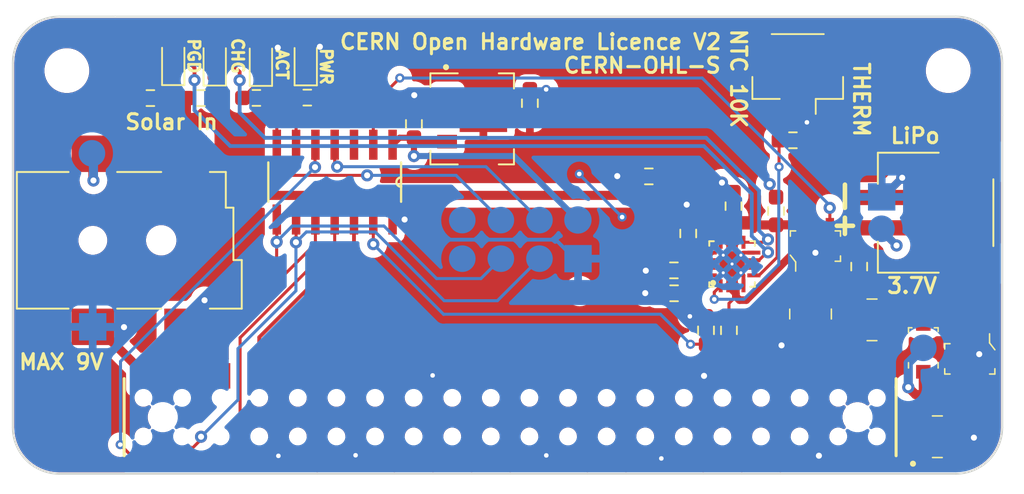
<source format=kicad_pcb>
(kicad_pcb (version 20240108) (generator "pcbnew") (generator_version "8.0")
  (layers (0 "F.Cu" signal) (31 "B.Cu" signal) (34 "B.Paste" user) (35 "F.Paste" user) (36 "B.SilkS" user "B.Silkscreen") (37 "F.SilkS" user "F.Silkscreen") (38 "B.Mask" user) (39 "F.Mask" user) (44 "Edge.Cuts" user))
  (net 0 "")
  (net 1 "5v2RPi")
  (net 2 "GND")
  (net 3 "VccSolar")
  (net 4 "VccBattery")
  (net 5 "VccBQ")
  (net 6 "3v_to_ATtiny")
  (footprint "Resistor_SMD:R_0603_1608Metric_Pad0.98x0.95mm_HandSolder" (layer "F.Cu") (at 177.23 113.96 -90)
    (property "Reference" "R1" (hide yes))
    (property "Value" "10k" (hide yes))
  )
  (footprint "" (layer "F.Cu") (at 151.11 113.44 -90)
    (property "Reference" "" (hide yes))
    (property "Value" "" (hide yes))
  )
  (footprint "Fiducial:Fiducial_1mm_Mask2mm" (layer "F.Cu") (at 184.96 104.67 -90)
    (property "Reference" "FID1" (hide yes))
    (property "Value" "Fiducial_1mm_Mask2mm" (hide yes))
  )
  (footprint "digikey-footprints:ATtiny84-SSFR" (layer "F.Cu") (at 142.715 108.3962 -90)
    (property "Reference" "U1" (hide yes))
    (property "Value" "ATtiny84-SSFR" (hide yes))
  )
  (footprint "LED_SMD:LED_0603_1608Metric_Pad1.05x0.95mm_HandSolder" (layer "F.Cu") (at 132.09 100.345 90)
    (property "Reference" "D1" (hide yes))
    (property "Value" "" (hide yes))
  )
  (footprint "Fiducial:Fiducial_1mm_Mask2mm" (layer "F.Cu") (at 123.76 125.37 -90)
    (property "Reference" "FID4" (hide yes))
    (property "Value" "Fiducial_1mm_Mask2mm" (hide yes))
  )
  (footprint "Resistor_SMD:R_0603_1608Metric_Pad0.98x0.95mm_HandSolder" (layer "F.Cu") (at 168.96 109.98 -90)
    (property "Reference" "C1" (hide yes))
    (property "Value" "10uf" (hide yes))
  )
  (footprint "Resistor_SMD:R_0603_1608Metric_Pad0.98x0.95mm_HandSolder" (layer "F.Cu") (at 165.05 115.72 180)
    (property "Reference" "R4" (hide yes))
    (property "Value" "1.23k" (hide yes))
  )
  (footprint "Resistor_SMD:R_0603_1608Metric_Pad0.98x0.95mm_HandSolder" (layer "F.Cu") (at 168.66 118.16 -90)
    (property "Reference" "R1" (hide yes))
    (property "Value" "10k" (hide yes))
  )
  (footprint "digikey-kicad-library:AP2126-WG" (layer "F.Cu") (at 174.35 112.61)
    (property "Reference" "U4" (hide yes))
    (property "Value" "AP2161-WG" (hide yes))
  )
  (footprint "digikey-footprints:SMT_Solar_barrel" (layer "F.Cu") (at 132.9 106.53)
    (property "Reference" "J3" (hide yes))
    (property "Value" "SMT_Solar_barrel" (hide yes))
  )
  (footprint "Fiducial:Fiducial_1mm_Mask2mm" (layer "F.Cu") (at 178.08 99.19 -90)
    (property "Reference" "FID3" (hide yes))
    (property "Value" "Fiducial_1mm_Mask2mm" (hide yes))
  )
  (footprint "Resistor_SMD:R_0603_1608Metric_Pad0.98x0.95mm_HandSolder" (layer "F.Cu") (at 167.15 118.16 -90)
    (property "Reference" "R1" (hide yes))
    (property "Value" "10k" (hide yes))
  )
  (footprint "digikey-footprints:RPi_SMD" (layer "F.Cu") (at 154.74 111.845 -90)
    (property "Reference" "REF**" (hide yes))
    (property "Value" "RPi_SMD" (hide yes))
    (fp_line (start 12.705 33.21) (end -11.295 33.21) (stroke (width 0.12)) (layer "Edge.Cuts"))
    (fp_line (start -14.355 26.46) (end -14.355 30.15) (stroke (width 0.12)) (layer "Edge.Cuts"))
    (fp_line (start -14.355 -28.85) (end -14.355 26.46) (stroke (width 0.12)) (layer "Edge.Cuts"))
    (fp_line (start 15.765 -28.85) (end 15.765 30.15) (stroke (width 0.12)) (layer "Edge.Cuts"))
    (fp_line (start -7.855 -31.91) (end -11.295 -31.91) (stroke (width 0.12)) (layer "Edge.Cuts"))
    (fp_line (start 12.705 -31.91) (end -7.855 -31.91) (stroke (width 0.12)) (layer "Edge.Cuts"))
    (fp_arc (start -11.295 33.21) (mid -13.458747 32.313747) (end -14.355 30.15) (stroke (width 0.12)) (layer "Edge.Cuts"))
    (fp_arc (start 15.765 30.15) (mid 14.868747 32.313747) (end 12.705 33.21) (stroke (width 0.12)) (layer "Edge.Cuts"))
    (fp_arc (start -14.355 -28.85) (mid -13.458747 -31.013747) (end -11.295 -31.91) (stroke (width 0.12)) (layer "Edge.Cuts"))
    (fp_arc (start 12.705 -31.91) (mid 14.868747 -31.013747) (end 15.765 -28.85) (stroke (width 0.12)) (layer "Edge.Cuts"))
  )
  (footprint "LOGO" (layer "F.Cu") (at 165.968899 103.675646)
    (property "Reference" "G***" (hide yes))
    (property "Value" "LOGO" (hide yes))
  )
  (footprint "Resistor_SMD:R_0603_1608Metric_Pad0.98x0.95mm_HandSolder" (layer "F.Cu") (at 171.76 110.3 -90)
    (property "Reference" "C1" (hide yes))
    (property "Value" "10uf" (hide yes))
  )
  (footprint "digikey-kicad-library:1210" (layer "F.Cu") (at 178.075 117.48)
    (property "Reference" "L1" (hide yes))
    (property "Value" "2.2 µH Shielded Inductor 2.5 A 90mOhm Max 1210" (hide yes))
  )
  (footprint "Fiducial:Fiducial_1mm_Mask2mm" (layer "F.Cu") (at 184.96 116.28 -90)
    (property "Reference" "FID2" (hide yes))
    (property "Value" "Fiducial_1mm_Mask2mm" (hide yes))
  )
  (footprint "digikey:JST_S2B-PH-SM4-TB(LF)(SN)" (layer "F.Cu") (at 178.81 110.41 90)
    (property "Reference" "J1" (hide yes))
    (property "Value" "JST_S2B-PH-SM4-TB_LF__SN_" (hide yes))
  )
  (footprint "Fiducial:Fiducial_1mm_Mask2mm" (layer "F.Cu") (at 170.8 117.64 -90)
    (property "Reference" "FID7" (hide yes))
    (property "Value" "Fiducial_1mm_Mask2mm" (hide yes))
  )
  (footprint "" (layer "F.Cu") (at 153.65 110.9 -90)
    (property "Reference" "" (hide yes))
    (property "Value" "" (hide yes))
  )
  (footprint "" (layer "F.Cu") (at 151.11 110.9 -90)
    (property "Reference" "" (hide yes))
    (property "Value" "" (hide yes))
  )
  (footprint "" (layer "F.Cu") (at 178.7 111.47 -90)
    (property "Reference" "" (hide yes))
    (property "Value" "" (hide yes))
  )
  (footprint "LED_SMD:LED_0603_1608Metric_Pad1.05x0.95mm_HandSolder" (layer "F.Cu") (at 140.81 100.3625 90)
    (property "Reference" "D1" (hide yes))
    (property "Value" "" (hide yes))
  )
  (footprint "digikey-kicad-library:1210" (layer "F.Cu") (at 174.02 117.085 -90)
    (property "Reference" "C3" (hide yes))
    (property "Value" "100uf 1210" (hide yes))
  )
  (footprint "" (layer "F.Cu") (at 156.19 110.9 -90)
    (property "Reference" "" (hide yes))
    (property "Value" "" (hide yes))
  )
  (footprint "" (layer "F.Cu") (at 153.65 113.44 -90)
    (property "Reference" "" (hide yes))
    (property "Value" "" (hide yes))
  )
  (footprint "Fiducial:Fiducial_1mm_Mask2mm" (layer "F.Cu") (at 123.24 105.05 -90)
    (property "Reference" "FID5" (hide yes))
    (property "Value" "Fiducial_1mm_Mask2mm" (hide yes))
  )
  (footprint "digikey-kicad-library:1210" (layer "F.Cu") (at 182.375 125.18)
    (property "Reference" "C3" (hide yes))
    (property "Value" "100uf 1210" (hide yes))
  )
  (footprint "Resistor_SMD:R_0603_1608Metric_Pad0.98x0.95mm_HandSolder" (layer "F.Cu") (at 163.3875 108.02)
    (property "Reference" "R4" (hide yes))
    (property "Value" "1.18k" (hide yes))
  )
  (footprint "LED_SMD:LED_0603_1608Metric_Pad1.05x0.95mm_HandSolder" (layer "F.Cu") (at 134.82 100.375 90)
    (property "Reference" "D1" (hide yes))
    (property "Value" "" (hide yes))
  )
  (footprint "digikey-kicad-library:SOD-123" (layer "F.Cu") (at 181.45 119.315 90)
    (property "Reference" "D2" (hide yes))
    (property "Value" "Diode 60 V 2A Surface Mount SOD-123F" (hide yes))
  )
  (footprint "Resistor_SMD:R_0603_1608Metric_Pad0.98x0.95mm_HandSolder" (layer "F.Cu") (at 147.93 104.56 -90)
    (property "Reference" "C1" (hide yes))
    (property "Value" "10uf" (hide yes))
  )
  (footprint "LOGO" (layer "F.Cu") (at 155.32 115.57 -90)
    (property "Reference" "G***" (hide yes))
    (property "Value" "LOGO" (hide yes))
  )
  (footprint "digikey-footprints:REG_MCP1700T-3602E_MB" (layer "F.Cu") (at 151.7625 104.23 -90)
    (property "Reference" "U2" (hide yes))
    (property "Value" "REG_MCP1700T-3602E/MB" (hide yes))
  )
  (footprint "" (layer "F.Cu") (at 156.19 113.44 -90)
    (property "Reference" "" (hide yes))
    (property "Value" "" (hide yes))
  )
  (footprint "Resistor_SMD:R_0603_1608Metric_Pad0.98x0.95mm_HandSolder" (layer "F.Cu") (at 155.56 103.2 -90)
    (property "Reference" "C1" (hide yes))
    (property "Value" "10uf" (hide yes))
  )
  (footprint "Resistor_SMD:R_0603_1608Metric_Pad0.98x0.95mm_HandSolder" (layer "F.Cu") (at 140.9125 102.83 180)
    (property "Reference" "R2" (hide yes))
    (property "Value" "1k" (hide yes))
  )
  (footprint "Resistor_SMD:R_0603_1608Metric_Pad0.98x0.95mm_HandSolder" (layer "F.Cu") (at 133.9175 102.86 180)
    (property "Reference" "R2" (hide yes))
    (property "Value" "1k" (hide yes))
  )
  (footprint "Resistor_SMD:R_0603_1608Metric_Pad0.98x0.95mm_HandSolder" (layer "F.Cu") (at 130.5875 102.86)
    (property "Reference" "R2" (hide yes))
    (property "Value" "1k" (hide yes))
  )
  (footprint "Resistor_SMD:R_0603_1608Metric_Pad0.98x0.95mm_HandSolder" (layer "F.Cu") (at 165.98 111.78 -90)
    (property "Reference" "C1" (hide yes))
    (property "Value" "10uf" (hide yes))
  )
  (footprint "digikey:bq2407" (layer "F.Cu") (at 168.865 113.79)
    (property "Reference" "U3" (hide yes))
    (property "Value" "bq2407" (hide yes))
  )
  (footprint "Fiducial:Fiducial_1mm_Mask2mm" (layer "F.Cu") (at 129.09 99.26 -90)
    (property "Reference" "FID6" (hide yes))
    (property "Value" "Fiducial_1mm_Mask2mm" (hide yes))
  )
  (footprint "Resistor_SMD:R_0603_1608Metric_Pad0.98x0.95mm_HandSolder" (layer "F.Cu") (at 165.0375 114.21 180)
    (property "Reference" "R1" (hide yes))
    (property "Value" "10k" (hide yes))
  )
  (footprint "LED_SMD:LED_0603_1608Metric_Pad1.05x0.95mm_HandSolder" (layer "F.Cu") (at 137.86 100.3975 90)
    (property "Reference" "D1" (hide yes))
    (property "Value" "" (hide yes))
  )
  (footprint "digikey-kicad-library:TPS613222A" (layer "F.Cu") (at 184.51 120.04 180)
    (property "Reference" "U5" (hide yes))
    (property "Value" "TPS613222A" (hide yes))
  )
  (footprint "Fiducial:Fiducial_1mm_Mask2mm" (layer "F.Cu") (at 158.84 115.57 -90)
    (property "Reference" "FID7" (hide yes))
    (property "Value" "Fiducial_1mm_Mask2mm" (hide yes))
  )
  (footprint "" (layer "F.Cu") (at 181.45 119.315 -90)
    (property "Reference" "" (hide yes))
    (property "Value" "" (hide yes))
  )
  (footprint "" (layer "F.Cu") (at 178.71 109.37 -90)
    (property "Reference" "")
    (property "Value" "")
  )
  (footprint "" (layer "F.Cu") (at 126.74 106.5 -90)
    (property "Reference" "" (hide yes))
    (property "Value" "" (hide yes))
  )
  (footprint "Resistor_SMD:R_0603_1608Metric_Pad0.98x0.95mm_HandSolder" (layer "F.Cu") (at 172.87 105.64)
    (property "Reference" "R1" (hide yes))
    (property "Value" "10k" (hide yes))
  )
  (footprint "Resistor_SMD:R_0603_1608Metric_Pad0.98x0.95mm_HandSolder" (layer "F.Cu") (at 137.5625 102.85 180)
    (property "Reference" "R2" (hide yes))
    (property "Value" "1k" (hide yes))
  )
  (footprint "digikey:JST_GH_SM02B-GHS-TB_1x02-1MP_P1.25mm_Horizontal" (layer "F.Cu") (at 173.186 101.206 180)
    (property "Reference" "J2" (hide yes))
    (property "Value" "JST_GH_SM02B-GHS-TB_1x02-1MP_P1.25mm_Horizontal" (hide yes))
  )
  (footprint "digikey-footprints:Square_Test_Point_4_GPIO" (layer "B.Cu") (at 126.79 117.93 90)
    (property "Reference" "REF**" (hide yes))
    (property "Value" "Round_TP" (hide yes))
  )
  (footprint "digikey-footprints:Square_Test_Point_4_GPIO" (layer "B.Cu") (at 158.73 113.44 90)
    (property "Reference" "REF**" (hide yes))
    (property "Value" "Round_TP" (hide yes))
  )
  (footprint "digikey-footprints:Round_Test_Point_4_GPIO" (layer "B.Cu") (at 158.72 110.89 90)
    (property "Reference" "REF**" (hide yes))
    (property "Value" "Round_TP" (hide yes))
  )
  (gr_text "ACT" (at 138.81 99.54 -90) (layer "F.SilkS") (effects (font (size 0.75 0.75) (thickness 0.1875) (bold yes)) (justify left bottom)))
  (gr_text "NTC 10K" (at 168.7 98.2 -90) (layer "F.SilkS") (effects (font (size 1 1) (thickness 0.2) (bold yes)) (justify left bottom)))
  (gr_text "CHG\n" (at 135.89 98.81 -90) (layer "F.SilkS") (effects (font (size 0.75 0.75) (thickness 0.1875) (bold yes)) (justify left bottom)))
  (gr_text "Solar In" (at 128.82 105.02 0) (layer "F.SilkS") (effects (font (size 1 1) (thickness 0.2) (bold yes)) (justify left bottom)))
  (gr_text "3.7V" (at 178.96 115.81 0) (layer "F.SilkS") (effects (font (size 1 1) (thickness 0.2) (bold yes)) (justify left bottom)))
  (gr_text "MAX 9V" (at 121.84 120.83 0) (layer "F.SilkS") (effects (font (size 1 1) (thickness 0.2) (bold yes)) (justify left bottom)))
  (gr_text "PGD" (at 133 98.84 -90) (layer "F.SilkS") (effects (font (size 0.75 0.75) (thickness 0.1875) (bold yes)) (justify left bottom)))
  (gr_text "CERN Open Hardware Licence V2" (at 142.95 99.74 0) (layer "F.SilkS") (effects (font (size 1 1) (thickness 0.2) (bold yes)) (justify left bottom)))
  (gr_text "-" (at 175.27 107.89 -90) (layer "F.SilkS") (effects (font (size 2 2) (thickness 0.3)) (justify left bottom)))
  (gr_text "LiPo" (at 179.19 105.93 0) (layer "F.SilkS") (effects (font (size 1 1) (thickness 0.2) (bold yes)) (justify left bottom)))
  (gr_text "THERM" (at 176.79 100.4 -90) (layer "F.SilkS") (effects (font (size 1 1) (thickness 0.2) (bold yes)) (justify left bottom)))
  (gr_text "PWR" (at 141.72 99.48 -90) (layer "F.SilkS") (effects (font (size 0.75 0.75) (thickness 0.1875) (bold yes)) (justify left bottom)))
  (gr_text "CERN-OHL-S" (at 157.68 101.3 0) (layer "F.SilkS") (effects (font (size 1 1) (thickness 0.2) (bold yes)) (justify left bottom)))
  (gr_text "+" (at 175.57 110.21 -90) (layer "F.SilkS") (effects (font (size 1.4 1.4) (thickness 0.3)) (justify left bottom)))
  (segment (start 167.15 119.0725) (end 166.1375 119.0725) (width 0.2) (layer "F.Cu") (net 0))
  (segment (start 136.49 118.645) (end 136.49 125.32) (width 0.2) (layer "F.Cu") (net 0))
  (segment (start 140.175 103.005) (end 140 102.83) (width 0.2) (layer "F.Cu") (net 0))
  (segment (start 142.715 107.215) (end 142.88 107.38) (width 0.2) (layer "F.Cu") (net 0))
  (segment (start 173.4 113.96) (end 173.4 115.325) (width 0.7) (layer "F.Cu") (net 0))
  (segment (start 166.12 114.04) (end 165.95 114.21) (width 0.2) (layer "F.Cu") (net 0))
  (segment (start 174.02 115.94) (end 175.11 115.94) (width 0.5) (layer "F.Cu") (net 0))
  (segment (start 147 101.54) (end 145.255 103.285) (width 0.2) (layer "F.Cu") (net 0))
  (segment (start 176.3175 113.96) (end 175.3 113.96) (width 0.2) (layer "F.Cu") (net 0))
  (segment (start 138.905 105.9324) (end 138.905 107.125) (width 0.2) (layer "F.Cu") (net 0))
  (segment (start 141.825 102.83) (end 141.825 102.2525) (width 0.2) (layer "F.Cu") (net 0))
  (segment (start 171.2305 113.02) (end 171.158274 113.02) (width 0.2) (layer "F.Cu") (net 0))
  (segment (start 171.9575 107.39) (end 171.9575 105.64) (width 0.2) (layer "F.Cu") (net 0))
  (segment (start 135.64 120.04) (end 135.21 120.47) (width 0.2) (layer "F.Cu") (net 0))
  (segment (start 173.4 115.325) (end 174.02 115.945) (width 0.5) (layer "F.Cu") (net 0))
  (segment (start 130.13 126.6) (end 129.51 126.6) (width 0.2) (layer "F.Cu") (net 0))
  (segment (start 142.715 110.86) (end 142.715 112.36) (width 0.2) (layer "F.Cu") (net 0))
  (segment (start 175.11 115.94) (end 176.93 117.76) (width 0.7) (layer "F.Cu") (net 0))
  (segment (start 171.2305 112.177973) (end 171.053473 112.355) (width 0.2) (layer "F.Cu") (net 0))
  (segment (start 136.65 102.85) (end 137.705 101.795) (width 0.2) (layer "F.Cu") (net 0))
  (segment (start 141.445 112.33) (end 141.445 112.455) (width 0.2) (layer "F.Cu") (net 0))
  (segment (start 138.905 105.9324) (end 138.905 103.28) (width 0.2) (layer "F.Cu") (net 0))
  (segment (start 138.905 112.32) (end 138.895 112.33) (width 0.2) (layer "F.Cu") (net 0))
  (segment (start 138.895 113.695) (end 138.895 112.33) (width 0.2) (layer "F.Cu") (net 0))
  (segment (start 142.715 112.36) (end 142.745 112.39) (width 0.2) (layer "F.Cu") (net 0))
  (segment (start 133.49 100.87) (end 132.09 99.47) (width 0.25) (layer "F.Cu") (net 0))
  (segment (start 136.46 101.14) (end 134.82 99.5) (width 0.25) (layer "F.Cu") (net 0))
  (segment (start 168.66 119.0725) (end 167.15 119.0725) (width 0.2) (layer "F.Cu") (net 0))
  (segment (start 135 119.26) (end 133.1 121.16) (width 0.2) (layer "F.Cu") (net 0))
  (segment (start 141.445 112.455) (end 135.64 118.26) (width 0.2) (layer "F.Cu") (net 0))
  (segment (start 141.42 105.9574) (end 141.445 105.9324) (width 0.2) (layer "F.Cu") (net 0))
  (segment (start 175.3 110.1) (end 175.3 111.26) (width 0.2) (layer "F.Cu") (net 0))
  (segment (start 133.49 101.68) (end 133.49 100.87) (width 0.25) (layer "F.Cu") (net 0))
  (segment (start 171.053473 112.355) (end 169.615 112.355) (width 0.2) (layer "F.Cu") (net 0))
  (segment (start 140.175 105.9324) (end 140.175 103.005) (width 0.2) (layer "F.Cu") (net 0))
  (segment (start 139.73 107.95) (end 144.85 107.95) (width 0.2) (layer "F.Cu") (net 0))
  (segment (start 177.23 113.0475) (end 176.3175 113.96) (width 0.2) (layer "F.Cu") (net 0))
  (segment (start 185.46 118.265) (end 185.46 118.69) (width 0.6) (layer "F.Cu") (net 0))
  (segment (start 179.48 117.74) (end 179.22 117.48) (width 0.6) (layer "F.Cu") (net 0))
  (segment (start 166.91 109.92) (end 165.01 108.02) (width 0.2) (layer "F.Cu") (net 0))
  (segment (start 145.255 110.86) (end 145.255 112.48) (width 0.2) (layer "F.Cu") (net 0))
  (segment (start 131.04 101.495) (end 131.815 101.495) (width 0.2) (layer "F.Cu") (net 0))
  (segment (start 166.1375 119.0725) (end 166.13 119.08) (width 0.2) (layer "F.Cu") (net 0))
  (segment (start 138.905 103.28) (end 138.475 102.85) (width 0.2) (layer "F.Cu") (net 0))
  (segment (start 133.92 125.35) (end 132.67 126.6) (width 0.2) (layer "F.Cu") (net 0))
  (segment (start 133.1 121.16) (end 132.67 121.16) (width 0.2) (layer "F.Cu") (net 0))
  (segment (start 133.92 125.17) (end 133.92 125.35) (width 0.2) (layer "F.Cu") (net 0))
  (segment (start 135 117.59) (end 138.895 113.695) (width 0.2) (layer "F.Cu") (net 0))
  (segment (start 141.445 110.86) (end 141.445 112.33) (width 0.2) (layer "F.Cu") (net 0))
  (segment (start 135 119.26) (end 135 117.59) (width 0.2) (layer "F.Cu") (net 0))
  (segment (start 141.825 102.2525) (end 140.81 101.2375) (width 0.2) (layer "F.Cu") (net 0))
  (segment (start 181.45 117.74) (end 184.935 117.74) (width 0.6) (layer "F.Cu") (net 0))
  (segment (start 167.43 114.54) (end 167.25 114.54) (width 0.2) (layer "F.Cu") (net 0))
  (segment (start 140.175 110.86) (end 140.175 112.35) (width 0.2) (layer "F.Cu") (net 0))
  (segment (start 143.985 112.38) (end 137.75 118.615) (width 0.25) (layer "F.Cu") (net 0))
  (segment (start 135.21 120.47) (end 135.21 121.16) (width 0.2) (layer "F.Cu") (net 0))
  (segment (start 166.28 114.04) (end 166.16 114.16) (width 0.2) (layer "F.Cu") (net 0))
  (segment (start 167.43 114.04) (end 166.12 114.04) (width 0.2) (layer "F.Cu") (net 0))
  (segment (start 137.705 101.795) (end 137.705 101.285) (width 0.2) (layer "F.Cu") (net 0))
  (segment (start 167.25 114.54) (end 166.16 115.63) (width 0.2) (layer "F.Cu") (net 0))
  (segment (start 140.175 112.35) (end 140.165 112.36) (width 0.2) (layer "F.Cu") (net 0))
  (segment (start 138.905 110.86) (end 138.905 112.32) (width 0.2) (layer "F.Cu") (net 0))
  (segment (start 167.695122 115.644878) (end 168.115 115.225) (width 0.2) (layer "F.Cu") (net 0))
  (segment (start 166.91 111.15) (end 166.91 109.92) (width 0.2) (layer "F.Cu") (net 0))
  (segment (start 171.95 105.6325) (end 171.9575 105.64) (width 0.2) (layer "F.Cu") (net 0))
  (segment (start 131.04 101.495) (end 129.675 102.86) (width 0.2) (layer "F.Cu") (net 0))
  (segment (start 168.115 112.355) (end 166.91 111.15) (width 0.2) (layer "F.Cu") (net 0))
  (segment (start 141.445 112.33) (end 141.455 112.34) (width 0.2) (layer "F.Cu") (net 0))
  (segment (start 145.255 103.285) (end 145.255 105.9324) (width 0.2) (layer "F.Cu") (net 0))
  (segment (start 141.42 107.41) (end 141.42 105.9574) (width 0.2) (layer "F.Cu") (net 0))
  (segment (start 142.715 105.9324) (end 142.715 107.215) (width 0.2) (layer "F.Cu") (net 0))
  (segment (start 184.935 117.74) (end 185.46 118.265) (width 0.6) (layer "F.Cu") (net 0))
  (segment (start 166.17 114.04) (end 166 114.21) (width 0.2) (layer "F.Cu") (net 0))
  (segment (start 165.01 108.02) (end 164.3 108.02) (width 0.2) (layer "F.Cu") (net 0))
  (segment (start 135.64 118.26) (end 135.64 120.04) (width 0.2) (layer "F.Cu") (net 0))
  (segment (start 171.158274 113.02) (end 170.638274 113.54) (width 0.2) (layer "F.Cu") (net 0))
  (segment (start 137.75 118.615) (end 137.75 121.16) (width 0.25) (layer "F.Cu") (net 0))
  (segment (start 142.745 112.39) (end 136.49 118.645) (width 0.2) (layer "F.Cu") (net 0))
  (segment (start 131.815 101.495) (end 132.09 101.22) (width 0.2) (layer "F.Cu") (net 0))
  (segment (start 167.695122 116.115122) (end 167.695122 115.644878) (width 0.2) (layer "F.Cu") (net 0))
  (segment (start 170.638274 113.54) (end 170.3 113.54) (width 0.2) (layer "F.Cu") (net 0))
  (segment (start 167.43 114.04) (end 166.17 114.04) (width 0.2) (layer "F.Cu") (net 0))
  (segment (start 175.29 110.09) (end 175.3 110.1) (width 0.2) (layer "F.Cu") (net 0))
  (segment (start 136.49 125.32) (end 135.21 126.6) (width 0.2) (layer "F.Cu") (net 0))
  (segment (start 138.905 107.125) (end 139.73 107.95) (width 0.2) (layer "F.Cu") (net 0))
  (segment (start 136.46 101.69) (end 136.46 101.14) (width 0.25) (layer "F.Cu") (net 0))
  (segment (start 143.985 110.86) (end 143.985 112.38) (width 0.25) (layer "F.Cu") (net 0))
  (segment (start 181.45 117.74) (end 179.48 117.74) (width 0.6) (layer "F.Cu") (net 0))
  (segment (start 171.95 103.667) (end 171.95 105.6325) (width 0.2) (layer "F.Cu") (net 0))
  (segment (start 129.51 126.6) (end 128.6 125.69) (width 0.2) (layer "F.Cu") (net 0))
  (segment (start 171.95 103.667) (end 172.561 103.056) (width 0.2) (layer "F.Cu") (net 0))
  (segment (start 166.81 114.04) (end 166.77 114.08) (width 0) (layer "F.Cu") (net 0))
  (via (at 171.2305 113.02) (size 0.8) (drill 0.4) (layers "F.Cu" "B.Cu") (net 0))
  (via (at 147 101.54) (size 0.6) (drill 0.3) (layers "F.Cu" "B.Cu") (net 0))
  (via (at 133.92 125.17) (size 0.8) (drill 0.4) (layers "F.Cu" "B.Cu") (net 0))
  (via (at 144.85 107.95) (size 0.8) (drill 0.4) (layers "F.Cu" "B.Cu") (net 0))
  (via (at 175.29 110.09) (size 0.8) (drill 0.4) (layers "F.Cu" "B.Cu") (net 0))
  (via (at 138.895 112.33) (size 0.8) (drill 0.4) (layers "F.Cu" "B.Cu") (net 0))
  (via (at 171.9575 107.39) (size 0.6) (drill 0.3) (layers "F.Cu" "B.Cu") (net 0))
  (via (at 133.49 101.68) (size 0.8) (drill 0.4) (layers "F.Cu" "B.Cu") (net 0))
  (via (at 141.42 107.41) (size 0.8) (drill 0.4) (layers "F.Cu" "B.Cu") (net 0))
  (via (at 167.695122 116.115122) (size 0.6) (drill 0.3) (layers "F.Cu" "B.Cu") (net 0))
  (via (at 145.255 112.48) (size 0.8) (drill 0.4) (layers "F.Cu" "B.Cu") (net 0))
  (via (at 136.46 101.69) (size 0.8) (drill 0.4) (layers "F.Cu" "B.Cu") (net 0))
  (via (at 166.13 119.08) (size 0.6) (drill 0.3) (layers "F.Cu" "B.Cu") (net 0))
  (via (at 171.2305 112.177973) (size 0.8) (drill 0.4) (layers "F.Cu" "B.Cu") (net 0))
  (via (at 142.88 107.38) (size 0.8) (drill 0.4) (layers "F.Cu" "B.Cu") (net 0))
  (via (at 140.165 112.36) (size 0.8) (drill 0.4) (layers "F.Cu" "B.Cu") (net 0))
  (via (at 128.6 125.69) (size 0.6) (drill 0.3) (layers "F.Cu" "B.Cu") (net 0))
  (segment (start 167.01 106.02) (end 135.84 106.02) (width 0.25) (layer "B.Cu") (net 0))
  (segment (start 145.255 112.48) (end 149.885 117.11) (width 0.2) (layer "B.Cu") (net 0))
  (segment (start 140.165 112.36) (end 140.17 112.36) (width 0.2) (layer "B.Cu") (net 0))
  (segment (start 170.64 111.587473) (end 170.64 108.96) (width 0.25) (layer "B.Cu") (net 0))
  (segment (start 153.42 116.21) (end 156.19 113.44) (width 0.2) (layer "B.Cu") (net 0))
  (segment (start 140.165 115.555) (end 140.165 112.36) (width 0.2) (layer "B.Cu") (net 0))
  (segment (start 171.9575 107.39) (end 171.94 107.4075) (width 0.2) (layer "B.Cu") (net 0))
  (segment (start 171.2305 112.177973) (end 170.64 111.587473) (width 0.25) (layer "B.Cu") (net 0))
  (segment (start 139.92 111.29) (end 145.96 111.29) (width 0.2) (layer "B.Cu") (net 0))
  (segment (start 145.96 111.29) (end 149.42 114.75) (width 0.2) (layer "B.Cu") (net 0))
  (segment (start 164.15 117.1) (end 166.13 119.08) (width 0.2) (layer "B.Cu") (net 0))
  (segment (start 166.9 101.54) (end 147 101.54) (width 0.2) (layer "B.Cu") (net 0))
  (segment (start 167.16 105.48) (end 138.1175 105.48) (width 0.25) (layer "B.Cu") (net 0))
  (segment (start 128.62 125.67) (end 128.6 125.69) (width 0.2) (layer "B.Cu") (net 0))
  (segment (start 150.7 107.95) (end 153.65 110.9) (width 0.2) (layer "B.Cu") (net 0))
  (segment (start 170.16 111.9495) (end 170.16 109.17) (width 0.25) (layer "B.Cu") (net 0))
  (segment (start 149.42 114.75) (end 152.34 114.75) (width 0.2) (layer "B.Cu") (net 0))
  (segment (start 136.46 103.8225) (end 136.46 101.69) (width 0.25) (layer "B.Cu") (net 0))
  (segment (start 149.895 117.1) (end 164.15 117.1) (width 0.2) (layer "B.Cu") (net 0))
  (segment (start 175.29 109.93) (end 166.9 101.54) (width 0.2) (layer "B.Cu") (net 0))
  (segment (start 171.94 107.4075) (end 171.94 113.82) (width 0.2) (layer "B.Cu") (net 0))
  (segment (start 170.16 109.17) (end 167.01 106.02) (width 0.25) (layer "B.Cu") (net 0))
  (segment (start 138.895 112.315) (end 139.92 111.29) (width 0.2) (layer "B.Cu") (net 0))
  (segment (start 144.85 107.95) (end 150.7 107.95) (width 0.2) (layer "B.Cu") (net 0))
  (segment (start 138.895 112.33) (end 138.895 112.315) (width 0.2) (layer "B.Cu") (net 0))
  (segment (start 138.895 112.33) (end 138.895 112.695) (width 0.2) (layer "B.Cu") (net 0))
  (segment (start 128.62 120.21) (end 128.62 125.67) (width 0.2) (layer "B.Cu") (net 0))
  (segment (start 133.92 125.17) (end 136.35 122.74) (width 0.2) (layer "B.Cu") (net 0))
  (segment (start 169.644878 116.115122) (end 167.695122 116.115122) (width 0.2) (layer "B.Cu") (net 0))
  (segment (start 142.88 107.38) (end 152.67 107.38) (width 0.2) (layer "B.Cu") (net 0))
  (segment (start 145.39 111.68) (end 149.92 116.21) (width 0.2) (layer "B.Cu") (net 0))
  (segment (start 136.35 119.37) (end 140.165 115.555) (width 0.2) (layer "B.Cu") (net 0))
  (segment (start 149.885 117.11) (end 149.895 117.1) (width 0.2) (layer "B.Cu") (net 0))
  (segment (start 175.29 110.09) (end 175.29 109.93) (width 0.2) (layer "B.Cu") (net 0))
  (segment (start 170.64 108.96) (end 167.16 105.48) (width 0.25) (layer "B.Cu") (net 0))
  (segment (start 149.92 116.21) (end 153.42 116.21) (width 0.2) (layer "B.Cu") (net 0))
  (segment (start 152.67 107.38) (end 156.19 110.9) (width 0.2) (layer "B.Cu") (net 0))
  (segment (start 153.65 113.44) (end 152.34 114.75) (width 0.2) (layer "B.Cu") (net 0))
  (segment (start 140.17 112.36) (end 140.85 111.68) (width 0.2) (layer "B.Cu") (net 0))
  (segment (start 171.2305 113.02) (end 170.16 111.9495) (width 0.25) (layer "B.Cu") (net 0))
  (segment (start 140.165 112.36) (end 140.165 112.375) (width 0.2) (layer "B.Cu") (net 0))
  (segment (start 138.1175 105.48) (end 136.46 103.8225) (width 0.25) (layer "B.Cu") (net 0))
  (segment (start 133.49 103.67) (end 133.49 101.68) (width 0.25) (layer "B.Cu") (net 0))
  (segment (start 171.94 113.82) (end 169.644878 116.115122) (width 0.2) (layer "B.Cu") (net 0))
  (segment (start 140.85 111.68) (end 145.39 111.68) (width 0.2) (layer "B.Cu") (net 0))
  (segment (start 135.84 106.02) (end 133.49 103.67) (width 0.25) (layer "B.Cu") (net 0))
  (segment (start 136.35 122.74) (end 136.35 119.37) (width 0.2) (layer "B.Cu") (net 0))
  (segment (start 141.42 107.41) (end 128.62 120.21) (width 0.2) (layer "B.Cu") (net 0))
  (segment (start 181.45 123.1) (end 181.23 123.32) (width 0.5) (layer "F.Cu") (net 1))
  (segment (start 183.16 121.39) (end 183.56 121.39) (width 0.6) (layer "F.Cu") (net 1))
  (segment (start 181.45 122.38) (end 181.45 123.1) (width 0.6) (layer "F.Cu") (net 1))
  (segment (start 180.46 121.91) (end 180.94 122.39) (width 0.6) (layer "F.Cu") (net 1))
  (segment (start 181.23 125.18) (end 181.23 123.32) (width 0.6) (layer "F.Cu") (net 1))
  (segment (start 182.225 122.325) (end 183.16 121.39) (width 0.6) (layer "F.Cu") (net 1))
  (segment (start 180.96 125.45) (end 181.23 125.18) (width 0.6) (layer "F.Cu") (net 1))
  (segment (start 181.45 120.89) (end 181.45 122.38) (width 0.6) (layer "F.Cu") (net 1))
  (segment (start 178.81 126.6) (end 178.39 126.6) (width 0.6) (layer "F.Cu") (net 1))
  (segment (start 179.96 125.45) (end 178.81 126.6) (width 0.7) (layer "F.Cu") (net 1))
  (segment (start 179.96 125.45) (end 180.96 125.45) (width 0.7) (layer "F.Cu") (net 1))
  (segment (start 179.96 125.45) (end 180.22 125.45) (width 0.7) (layer "F.Cu") (net 1))
  (segment (start 180.94 122.39) (end 181.44 122.39) (width 0.6) (layer "F.Cu") (net 1))
  (segment (start 182.225 122.325) (end 181.23 123.32) (width 0.6) (layer "F.Cu") (net 1))
  (via (at 180.46 121.91) (size 0.8) (drill 0.4) (layers "F.Cu" "B.Cu") (net 1))
  (segment (start 180.46 120.305) (end 181.45 119.315) (width 0.6) (layer "B.Cu") (net 1))
  (segment (start 180.46 121.91) (end 180.46 120.305) (width 0.6) (layer "B.Cu") (net 1))
  (segment (start 173.79 103.077) (end 173.811 103.056) (width 0.2) (layer "F.Cu") (net 2))
  (segment (start 168.2 108.43) (end 168.2 108.62) (width 0.25) (layer "F.Cu") (net 2))
  (segment (start 137.92 126.43) (end 137.75 126.6) (width 0.2) (layer "F.Cu") (net 2))
  (segment (start 169.615 113.04) (end 169.445 113.21) (width 0.25) (layer "F.Cu") (net 2))
  (segment (start 138.97 99.54) (end 137.71 99.54) (width 0.25) (layer "F.Cu") (net 2))
  (segment (start 184.51 118.69) (end 184.51 119.11) (width 0.25) (layer "F.Cu") (net 2))
  (segment (start 169.615 115.225) (end 169.615 114.54) (width 0.25) (layer "F.Cu") (net 2))
  (segment (start 156.64 126.4) (end 155.73 126.4) (width 0.6) (layer "F.Cu") (net 2))
  (segment (start 163.1605 115.72) (end 163.1505 115.71) (width 0.2) (layer "F.Cu") (net 2))
  (segment (start 141.74 99.48) (end 140.8175 99.48) (width 0.25) (layer "F.Cu") (net 2))
  (segment (start 168.2 108.62) (end 168.93 109.35) (width 0.25) (layer "F.Cu") (net 2))
  (segment (start 155.56 102.2875) (end 156.6275 102.2875) (width 0.2) (layer "F.Cu") (net 2))
  (segment (start 165.88 110.7675) (end 165.98 110.8675) (width 0.25) (layer "F.Cu") (net 2))
  (segment (start 183.57 125.23) (end 183.52 125.18) (width 0.2) (layer "F.Cu") (net 2))
  (segment (start 148.01 102.73) (end 147.95 102.67) (width 0.4) (layer "F.Cu") (net 2))
  (segment (start 174.33 113.01) (end 174.32 113.02) (width 0.2) (layer "F.Cu") (net 2))
  (segment (start 167.15 117.2475) (end 166.095 117.2475) (width 0.2) (layer "F.Cu") (net 2))
  (segment (start 171.3405 108.53) (end 171.3405 108.8105) (width 0.2) (layer "F.Cu") (net 2))
  (segment (start 128.83 117.93) (end 128.85 117.95) (width 0.5) (layer "F.Cu") (net 2))
  (segment (start 173.7825 104.4675) (end 173.79 104.46) (width 0.2) (layer "F.Cu") (net 2))
  (segment (start 163.188 114.23) (end 164.105 114.23) (width 0.2) (layer "F.Cu") (net 2))
  (segment (start 174.58 126.42) (end 173.49 126.42) (width 0.2) (layer "F.Cu") (net 2))
  (segment (start 169.775 114.04) (end 170.3 114.04) (width 0.25) (layer "F.Cu") (net 2))
  (segment (start 173.49 126.42) (end 173.31 126.6) (width 0.2) (layer "F.Cu") (net 2))
  (segment (start 178.81 109.36) (end 180.06 108.11) (width 0.5) (layer "F.Cu") (net 2))
  (segment (start 184.51 119.11) (end 185.13 119.73) (width 0.25) (layer "F.Cu") (net 2))
  (segment (start 171.3405 108.8105) (end 171.73 109.2) (width 0.2) (layer "F.Cu") (net 2))
  (segment (start 173.035 118.235) (end 174.74 118.235) (width 0.4) (layer "F.Cu") (net 2))
  (segment (start 149.13 121.16) (end 149.16 121.13) (width 0.2) (layer "F.Cu") (net 2))
  (segment (start 166.095 117.2475) (end 166.0875 117.24) (width 0) (layer "F.Cu") (net 2))
  (segment (start 132.9 117.93) (end 130.13 120.7) (width 0.6) (layer "F.Cu") (net 2))
  (segment (start 172.12 119.15) (end 173.035 118.235) (width 0.4) (layer "F.Cu") (net 2))
  (segment (start 164.21 126.6) (end 163.15 126.6) (width 0.2) (layer "F.Cu") (net 2))
  (segment (start 164.1375 115.72) (end 163.1605 115.72) (width 0.2) (layer "F.Cu") (net 2))
  (segment (start 156.6275 102.2875) (end 156.63 102.29) (width 0.2) (layer "F.Cu") (net 2))
  (segment (start 144.09 126.39) (end 143.04 126.39) (width 0.2) (layer "F.Cu") (net 2))
  (segment (start 178.97 109.21) (end 178.82 109.36) (width 0.2) (layer "F.Cu") (net 2))
  (segment (start 147.91 121.16) (end 149.13 121.16) (width 0.5) (layer "F.Cu") (net 2))
  (segment (start 162.475 108.02) (end 161.33 108.02) (width 0.2) (layer "F.Cu") (net 2))
  (segment (start 132.9 117.43) (end 134.15 116.18) (width 0.6) (layer "F.Cu") (net 2))
  (segment (start 164.105 114.23) (end 164.125 114.21) (width 0.2) (layer "F.Cu") (net 2))
  (segment (start 143.04 126.39) (end 142.83 126.6) (width 0.2) (layer "F.Cu") (net 2))
  (segment (start 170.3 113.04) (end 169.615 113.04) (width 0.25) (layer "F.Cu") (net 2))
  (segment (start 178.81 109.41) (end 178.81 109.36) (width 0.2) (layer "F.Cu") (net 2))
  (segment (start 167.02 121.16) (end 168.23 121.16) (width 0.2) (layer "F.Cu") (net 2))
  (segment (start 169.615 114.54) (end 169.445 114.37) (width 0.25) (layer "F.Cu") (net 2))
  (segment (start 150.1125 102.73) (end 148.01 102.73) (width 0.4) (layer "F.Cu") (net 2))
  (segment (start 173.7825 105.64) (end 173.7825 104.4675) (width 0.2) (layer "F.Cu") (net 2))
  (segment (start 140.8175 99.48) (end 140.81 99.4875) (width 0.25) (layer "F.Cu") (net 2))
  (segment (start 147.315 110.86) (end 146.525 110.86) (width 0.5) (layer "F.Cu") (net 2))
  (segment (start 130.13 120.975) (end 130.13 120.72) (width 0.6) (layer "F.Cu") (net 2))
  (segment (start 127.085 117.93) (end 130.13 120.975) (width 0.6) (layer "F.Cu") (net 2))
  (segment (start 132.9 117.93) (end 132.9 117.43) (width 0.6) (layer "F.Cu") (net 2))
  (segment (start 139.01 126.43) (end 137.92 126.43) (width 0.2) (layer "F.Cu") (net 2))
  (segment (start 155.73 126.4) (end 155.53 126.6) (width 0.2) (layer "F.Cu") (net 2))
  (segment (start 169.445 114.37) (end 169.775 114.04) (width 0.25) (layer "F.Cu") (net 2))
  (segment (start 126.8 117.93) (end 127.085 117.93) (width 0.5) (layer "F.Cu") (net 2))
  (segment (start 161.33 108.02) (end 161.31 108) (width 0.2) (layer "F.Cu") (net 2))
  (segment (start 169.115 114.04) (end 168.865 113.79) (width 0.25) (layer "F.Cu") (net 2))
  (segment (start 184.779502 125.23) (end 183.57 125.23) (width 0.4) (layer "F.Cu") (net 2))
  (segment (start 165.88 109.88) (end 165.88 110.7675) (width 0.25) (layer "F.Cu") (net 2))
  (segment (start 147.95 102.67) (end 147.95 103.6275) (width 0.4) (layer "F.Cu") (net 2))
  (segment (start 147.95 103.6275) (end 147.93 103.6475) (width 0.4) (layer "F.Cu") (net 2))
  (segment (start 173.79 104.46) (end 173.79 103.077) (width 0.2) (layer "F.Cu") (net 2))
  (segment (start 167.955 113.54) (end 168.285 113.21) (width 0.25) (layer "F.Cu") (net 2))
  (segment (start 174.32 113.02) (end 174.32 113.92) (width 0.5) (layer "F.Cu") (net 2))
  (segment (start 130.13 120.7) (end 130.13 120.975) (width 0.6) (layer "F.Cu") (net 2))
  (segment (start 167.43 113.54) (end 167.955 113.54) (width 0.25) (layer "F.Cu") (net 2))
  (segment (start 126.8 117.93) (end 128.83 117.93) (width 0.5) (layer "F.Cu") (net 2))
  (via (at 139.01 126.43) (size 0.6) (drill 0.3) (layers "F.Cu" "B.Cu") (net 2))
  (via (at 168.2 108.43) (size 0.8) (drill 0.4) (layers "F.Cu" "B.Cu") (net 2))
  (via (at 147.95 102.67) (size 0.8) (drill 0.4) (layers "F.Cu" "B.Cu") (net 2))
  (via (at 161.31 108) (size 0.8) (drill 0.4) (layers "F.Cu" "B.Cu") (net 2))
  (via (at 141.74 99.48) (size 0.8) (drill 0.4) (layers "F.Cu" "B.Cu") (net 2))
  (via (at 163.188 114.23) (size 0.8) (drill 0.4) (layers "F.Cu" "B.Cu") (net 2))
  (via (at 138.97 99.54) (size 0.8) (drill 0.4) (layers "F.Cu" "B.Cu") (net 2))
  (via (at 149.16 121.13) (size 0.6) (drill 0.3) (layers "F.Cu" "B.Cu") (net 2))
  (via (at 163.1505 115.71) (size 0.8) (drill 0.4) (layers "F.Cu" "B.Cu") (net 2))
  (via (at 165.88 109.88) (size 0.8) (drill 0.4) (layers "F.Cu" "B.Cu") (net 2))
  (via (at 172.12 119.15) (size 0.8) (drill 0.4) (layers "F.Cu" "B.Cu") (net 2))
  (via (at 164.21 126.6) (size 0.6) (drill 0.3) (layers "F.Cu" "B.Cu") (net 2))
  (via (at 173.79 104.46) (size 0.6) (drill 0.3) (layers "F.Cu" "B.Cu") (net 2))
  (via (at 180.06 108.11) (size 0.8) (drill 0.4) (layers "F.Cu" "B.Cu") (net 2))
  (via (at 166.0875 117.24) (size 0.6) (drill 0.3) (layers "F.Cu" "B.Cu") (net 2))
  (via (at 156.63 102.29) (size 0.6) (drill 0.3) (layers "F.Cu" "B.Cu") (net 2))
  (via (at 167.02 121.16) (size 0.8) (drill 0.4) (layers "F.Cu" "B.Cu") (net 2))
  (via (at 134.15 116.18) (size 0.8) (drill 0.4) (layers "F.Cu" "B.Cu") (net 2))
  (via (at 184.779502 125.23) (size 0.8) (drill 0.4) (layers "F.Cu" "B.Cu") (net 2))
  (via (at 185.13 119.73) (size 0.8) (drill 0.4) (layers "F.Cu" "B.Cu") (net 2))
  (via (at 174.58 126.42) (size 0.8) (drill 0.4) (layers "F.Cu" "B.Cu") (net 2))
  (via (at 128.85 117.95) (size 0.8) (drill 0.4) (layers "F.Cu" "B.Cu") (net 2))
  (via (at 156.64 126.4) (size 0.6) (drill 0.3) (layers "F.Cu" "B.Cu") (net 2))
  (via (at 147.315 110.86) (size 0.8) (drill 0.4) (layers "F.Cu" "B.Cu") (net 2))
  (via (at 144.09 126.39) (size 0.6) (drill 0.3) (layers "F.Cu" "B.Cu") (net 2))
  (via (at 171.3405 108.53) (size 0.8) (drill 0.4) (layers "F.Cu" "B.Cu") (net 2))
  (via (at 174.35 113.05) (size 0.8) (drill 0.4) (layers "F.Cu" "B.Cu") (net 2))
  (segment (start 128.85 117.95) (end 126.81 117.95) (width 0.5) (layer "B.Cu") (net 2))
  (segment (start 158.51 113.44) (end 157.26 112.19) (width 0.25) (layer "B.Cu") (net 2))
  (segment (start 158.73 113.44) (end 158.51 113.44) (width 0.25) (layer "B.Cu") (net 2))
  (segment (start 168.285 113.21) (end 168.865 113.79) (width 0.25) (layer "B.Cu") (net 2))
  (segment (start 178.71 109.37) (end 178.8 109.37) (width 0.2) (layer "B.Cu") (net 2))
  (segment (start 169.445 114.37) (end 168.865 113.79) (width 0.25) (layer "B.Cu") (net 2))
  (segment (start 148.645 112.19) (end 147.315 110.86) (width 0.25) (layer "B.Cu") (net 2))
  (segment (start 157.26 112.19) (end 148.645 112.19) (width 0.25) (layer "B.Cu") (net 2))
  (segment (start 126.81 117.95) (end 126.79 117.93) (width 0.5) (layer "B.Cu") (net 2))
  (segment (start 178.8 109.37) (end 180.06 108.11) (width 0.5) (layer "B.Cu") (net 2))
  (segment (start 168.865 113.79) (end 168.285 114.37) (width 0.25) (layer "B.Cu") (net 2))
  (segment (start 168.865 113.79) (end 169.445 113.21) (width 0.25) (layer "B.Cu") (net 2))
  (segment (start 132.9 106.53) (end 126.8 106.53) (width 0.6) (layer "F.Cu") (net 3))
  (segment (start 167.14 112.76) (end 167.0725 112.6925) (width 0.2) (layer "F.Cu") (net 3))
  (segment (start 126.8 108.25) (end 126.84 108.29) (width 0.6) (layer "F.Cu") (net 3))
  (segment (start 135.64 109.27) (end 132.9 106.53) (width 0.6) (layer "F.Cu") (net 3))
  (segment (start 126.8 106.53) (end 126.8 108.25) (width 0.6) (layer "F.Cu") (net 3))
  (segment (start 162.5575 109.27) (end 135.64 109.27) (width 0.6) (layer "F.Cu") (net 3))
  (segment (start 167.15 112.76) (end 167.14 112.76) (width 0.2) (layer "F.Cu") (net 3))
  (segment (start 165.98 112.6925) (end 162.5575 109.27) (width 0.6) (layer "F.Cu") (net 3))
  (segment (start 167.0725 112.6925) (end 165.98 112.6925) (width 0.6) (layer "F.Cu") (net 3))
  (segment (start 167.43 113.04) (end 167.15 112.76) (width 0.5) (layer "F.Cu") (net 3))
  (via (at 126.84 108.29) (size 0.8) (drill 0.4) (layers "F.Cu" "B.Cu") (net 3))
  (segment (start 126.84 106.6) (end 126.74 106.5) (width 0.6) (layer "B.Cu") (net 3))
  (segment (start 126.84 108.29) (end 126.84 106.6) (width 0.6) (layer "B.Cu") (net 3))
  (segment (start 168.66 117.2075) (end 168.66 116.386) (width 0.2) (layer "F.Cu") (net 4))
  (segment (start 169.8 116.17) (end 173.55 112.42) (width 0.5) (layer "F.Cu") (net 4))
  (segment (start 169.115 115.225) (end 169.115 115.931) (width 0.5) (layer "F.Cu") (net 4))
  (segment (start 178.81 111.69) (end 179.69 112.57) (width 0.5) (layer "F.Cu") (net 4))
  (segment (start 175.8 112.26) (end 173.71 112.26) (width 0.5) (layer "F.Cu") (net 4))
  (segment (start 177.17 111.341396) (end 177.17 111.23) (width 0.2) (layer "F.Cu") (net 4))
  (segment (start 173.71 112.26) (end 173.55 112.42) (width 0.5) (layer "F.Cu") (net 4))
  (segment (start 168.971 115.581) (end 168.615 115.225) (width 0.5) (layer "F.Cu") (net 4))
  (segment (start 178.81 111.41) (end 176.65 111.41) (width 0.5) (layer "F.Cu") (net 4))
  (segment (start 169.115 115.725) (end 168.971 115.581) (width 0.5) (layer "F.Cu") (net 4))
  (segment (start 169.354 116.17) (end 169.8 116.17) (width 0.5) (layer "F.Cu") (net 4))
  (segment (start 169.115 115.931) (end 169.354 116.17) (width 0.5) (layer "F.Cu") (net 4))
  (segment (start 169.115 115.931) (end 169.115 115.725) (width 0.5) (layer "F.Cu") (net 4))
  (segment (start 178.81 111.41) (end 178.81 111.69) (width 0.5) (layer "F.Cu") (net 4))
  (segment (start 168.66 116.386) (end 169.115 115.931) (width 0.2) (layer "F.Cu") (net 4))
  (segment (start 176.65 111.41) (end 175.8 112.26) (width 0.5) (layer "F.Cu") (net 4))
  (via (at 179.69 112.57) (size 0.8) (drill 0.4) (layers "F.Cu" "B.Cu") (net 4))
  (segment (start 179.69 112.57) (end 178.7 111.58) (width 0.5) (layer "B.Cu") (net 4))
  (segment (start 178.7 111.58) (end 178.7 111.47) (width 0.2) (layer "B.Cu") (net 4))
  (segment (start 169.115 111.245) (end 168.93 111.06) (width 0.25) (layer "F.Cu") (net 5))
  (segment (start 173.3525 111.2125) (end 173.4 111.26) (width 0.4) (layer "F.Cu") (net 5))
  (segment (start 171.83 111.34) (end 171.71 111.22) (width 0.2) (layer "F.Cu") (net 5))
  (segment (start 169.14 111.22) (end 169.115 111.245) (width 0.25) (layer "F.Cu") (net 5))
  (segment (start 170.3 114.54) (end 170.638274 114.54) (width 0.2) (layer "F.Cu") (net 5))
  (segment (start 169.115 112.355) (end 169.115 111.245) (width 0.5) (layer "F.Cu") (net 5))
  (segment (start 171.7525 111.22) (end 171.76 111.2125) (width 0.5) (layer "F.Cu") (net 5))
  (segment (start 169.14 111.22) (end 171.7525 111.22) (width 0.6) (layer "F.Cu") (net 5))
  (segment (start 152.5 104.23) (end 150.2 104.23) (width 0.5) (layer "F.Cu") (net 5))
  (segment (start 153.04 104.39) (end 151.24 104.39) (width 0.4) (layer "F.Cu") (net 5))
  (segment (start 171.76 111.2125) (end 173.3525 111.2125) (width 0.6) (layer "F.Cu") (net 5))
  (segment (start 162.05 104.12) (end 168.93 111) (width 0.4) (layer "F.Cu") (net 5))
  (segment (start 170.638274 114.54) (end 171.83 113.348274) (width 0.2) (layer "F.Cu") (net 5))
  (segment (start 171.83 113.348274) (end 171.83 111.34) (width 0.2) (layer "F.Cu") (net 5))
  (segment (start 162.05 104.12) (end 154.07 104.12) (width 0.4) (layer "F.Cu") (net 5))
  (segment (start 169.115 112.355) (end 168.615 112.355) (width 0.5) (layer "F.Cu") (net 5))
  (segment (start 168.615 111.375) (end 168.93 111.06) (width 0.5) (layer "F.Cu") (net 5))
  (segment (start 155.18 104.14) (end 154.26 104.14) (width 0.25) (layer "F.Cu") (net 5))
  (segment (start 168.93 111) (end 168.93 111.06) (width 0.4) (layer "F.Cu") (net 5))
  (segment (start 168.615 112.355) (end 168.615 111.375) (width 0.5) (layer "F.Cu") (net 5))
  (segment (start 155.19 104.13) (end 155.18 104.14) (width 0.25) (layer "F.Cu") (net 5))
  (via (at 158.81 107.86) (size 0.6) (drill 0.3) (layers "F.Cu" "B.Cu") (net 5))
  (via (at 161.63 110.7) (size 0.6) (drill 0.3) (layers "F.Cu" "B.Cu") (net 5))
  (segment (start 158.81 107.88) (end 158.81 107.86) (width 0.2) (layer "B.Cu") (net 5))
  (segment (start 161.63 110.7) (end 158.81 107.88) (width 0.2) (layer "B.Cu") (net 5))
  (segment (start 148.05 105.73) (end 147.99 105.67) (width 0.2) (layer "F.Cu") (net 6))
  (segment (start 147.93 105.4725) (end 147.93 106.68) (width 0.4) (layer "F.Cu") (net 6))
  (segment (start 146.9849 105.4725) (end 146.525 105.9324) (width 0.4) (layer "F.Cu") (net 6))
  (segment (start 150.1125 105.73) (end 148.1875 105.73) (width 0.4) (layer "F.Cu") (net 6))
  (segment (start 148.1875 105.73) (end 147.93 105.4725) (width 0.4) (layer "F.Cu") (net 6))
  (segment (start 147.93 105.4725) (end 146.9849 105.4725) (width 0.4) (layer "F.Cu") (net 6))
  (via (at 147.93 106.68) (size 0.8) (drill 0.4) (layers "F.Cu" "B.Cu") (net 6))
  (segment (start 147.93 106.68) (end 154.51 106.68) (width 0.4) (layer "B.Cu") (net 6))
  (segment (start 154.51 106.68) (end 158.72 110.89) (width 0.4) (layer "B.Cu") (net 6))
  (zone (net 5) (net_name "VccBQ") (layer "F.Cu") (connect_pads (clearance 0.508)) (min_thickness 0.254) (fill yes (thermal_gap 0.508) (thermal_bridge_width 0.508))
    (polygon (pts (xy 182.06 128.15) (xy 180.06 128.15) (xy 179.86 128.15) (xy 121.03 128.28) (xy 121.14 112.25) (xy 121.14 105.25) (xy 121.21 97.03) (xy 130 96.74) (xy 135.11 96.44) (xy 160.3 96.78) (xy 188.015 97.38) (xy 187.945 116.68) (xy 187.945 118.358652) (xy 187.89 128.24)))
  )
  (zone (net 2) (net_name "GND") (layer "B.Cu") (name "Gnd") (connect_pads (clearance 0.508)) (min_thickness 0.254) (fill yes (thermal_gap 0.508) (thermal_bridge_width 0.508))
    (polygon (pts (xy 120.69 128.94) (xy 120.95 96.47) (xy 188.09 96.4) (xy 187.91 128.2)))
  )
)
</source>
